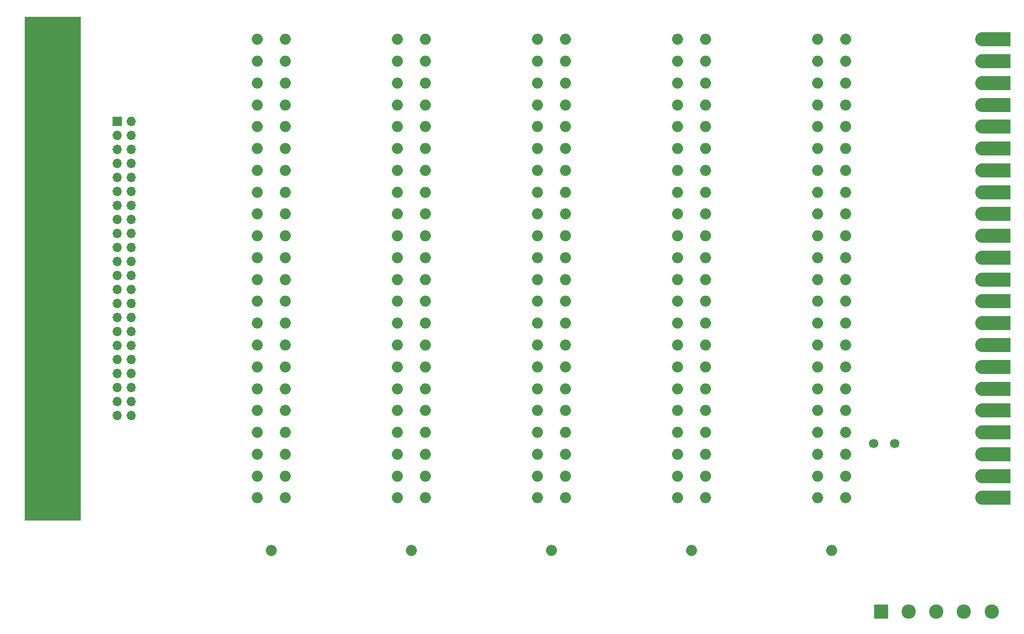
<source format=gbs>
%TF.GenerationSoftware,KiCad,Pcbnew,7.0.9*%
%TF.CreationDate,2023-11-11T13:14:58+01:00*%
%TF.ProjectId,kim-1-mtu-expansion-card,6b696d2d-312d-46d7-9475-2d657870616e,rev?*%
%TF.SameCoordinates,Original*%
%TF.FileFunction,Soldermask,Bot*%
%TF.FilePolarity,Negative*%
%FSLAX46Y46*%
G04 Gerber Fmt 4.6, Leading zero omitted, Abs format (unit mm)*
G04 Created by KiCad (PCBNEW 7.0.9) date 2023-11-11 13:14:58*
%MOMM*%
%LPD*%
G01*
G04 APERTURE LIST*
G04 Aperture macros list*
%AMFreePoly0*
4,1,22,-1.270000,3.180000,1.270000,3.180000,1.270000,-1.910000,1.254364,-2.108672,1.198732,-2.329454,1.104571,-2.536755,0.974909,-2.723912,0.813912,-2.884909,0.626755,-3.014571,0.419454,-3.108732,0.198672,-3.164364,0.000000,-3.180000,-0.198672,-3.164364,-0.419454,-3.108732,-0.626755,-3.014571,-0.813912,-2.884909,-0.974909,-2.723912,-1.104571,-2.536755,-1.198732,-2.329454,-1.254364,-2.108672,
-1.270000,-1.910000,-1.270000,3.180000,-1.270000,3.180000,$1*%
%AMFreePoly1*
4,1,22,-1.300000,4.445000,1.300000,4.445000,1.300000,-3.145000,1.280250,-3.370743,1.221600,-3.589626,1.125833,-3.795000,0.995858,-3.980624,0.835624,-4.140858,0.650000,-4.270833,0.444626,-4.366600,0.225743,-4.425250,0.000000,-4.445000,-0.225743,-4.425250,-0.444626,-4.366600,-0.650000,-4.270833,-0.835624,-4.140858,-0.995858,-3.980624,-1.125833,-3.795000,-1.221600,-3.589626,-1.280250,-3.370743,
-1.300000,-3.145000,-1.300000,4.445000,-1.300000,4.445000,$1*%
G04 Aperture macros list end*
%ADD10C,0.120000*%
%ADD11O,2.000000X2.000000*%
%ADD12R,2.600000X2.600000*%
%ADD13C,2.600000*%
%ADD14C,1.700000*%
%ADD15FreePoly0,270.000000*%
%ADD16FreePoly1,90.000000*%
%ADD17R,1.700000X1.700000*%
%ADD18O,1.700000X1.700000*%
G04 APERTURE END LIST*
D10*
%TO.C,P7*%
X58130000Y-40740000D02*
X68200000Y-40740000D01*
X68200000Y-40740000D02*
X68200000Y-131980000D01*
X68200000Y-131980000D02*
X58130000Y-131980000D01*
X58130000Y-131980000D02*
X58130000Y-40740000D01*
G36*
X58130000Y-40740000D02*
G01*
X68200000Y-40740000D01*
X68200000Y-131980000D01*
X58130000Y-131980000D01*
X58130000Y-40740000D01*
G37*
%TD*%
D11*
%TO.C,P5*%
X128270000Y-137515000D03*
X125730000Y-44780000D03*
X125730000Y-48740000D03*
X125730000Y-52700000D03*
X125730000Y-56660000D03*
X125730000Y-60620000D03*
X125730000Y-64580000D03*
X125730000Y-68540000D03*
X125730000Y-72500000D03*
X125730000Y-76460000D03*
X125730000Y-80420000D03*
X125730000Y-84380000D03*
X125730000Y-88340000D03*
X125730000Y-92300000D03*
X125730000Y-96260000D03*
X125730000Y-100220000D03*
X125730000Y-104180000D03*
X125730000Y-108140000D03*
X125730000Y-112100000D03*
X125730000Y-116060000D03*
X125730000Y-120020000D03*
X125730000Y-123980000D03*
X125730000Y-127940000D03*
X130810000Y-44780000D03*
X130810000Y-48740000D03*
X130810000Y-52700000D03*
X130810000Y-56660000D03*
X130810000Y-60620000D03*
X130810000Y-64580000D03*
X130810000Y-68540000D03*
X130810000Y-72500000D03*
X130810000Y-76460000D03*
X130810000Y-80420000D03*
X130810000Y-84380000D03*
X130810000Y-88340000D03*
X130810000Y-92300000D03*
X130810000Y-96260000D03*
X130810000Y-100220000D03*
X130810000Y-104180000D03*
X130810000Y-108140000D03*
X130810000Y-112100000D03*
X130810000Y-116060000D03*
X130810000Y-120020000D03*
X130810000Y-123980000D03*
X130810000Y-127940000D03*
%TD*%
%TO.C,P4*%
X153670000Y-137515000D03*
X151130000Y-44780000D03*
X151130000Y-48740000D03*
X151130000Y-52700000D03*
X151130000Y-56660000D03*
X151130000Y-60620000D03*
X151130000Y-64580000D03*
X151130000Y-68540000D03*
X151130000Y-72500000D03*
X151130000Y-76460000D03*
X151130000Y-80420000D03*
X151130000Y-84380000D03*
X151130000Y-88340000D03*
X151130000Y-92300000D03*
X151130000Y-96260000D03*
X151130000Y-100220000D03*
X151130000Y-104180000D03*
X151130000Y-108140000D03*
X151130000Y-112100000D03*
X151130000Y-116060000D03*
X151130000Y-120020000D03*
X151130000Y-123980000D03*
X151130000Y-127940000D03*
X156210000Y-44780000D03*
X156210000Y-48740000D03*
X156210000Y-52700000D03*
X156210000Y-56660000D03*
X156210000Y-60620000D03*
X156210000Y-64580000D03*
X156210000Y-68540000D03*
X156210000Y-72500000D03*
X156210000Y-76460000D03*
X156210000Y-80420000D03*
X156210000Y-84380000D03*
X156210000Y-88340000D03*
X156210000Y-92300000D03*
X156210000Y-96260000D03*
X156210000Y-100220000D03*
X156210000Y-104180000D03*
X156210000Y-108140000D03*
X156210000Y-112100000D03*
X156210000Y-116060000D03*
X156210000Y-120020000D03*
X156210000Y-123980000D03*
X156210000Y-127940000D03*
%TD*%
%TO.C,P2*%
X204470000Y-137515000D03*
X201930000Y-44780000D03*
X201930000Y-48740000D03*
X201930000Y-52700000D03*
X201930000Y-56660000D03*
X201930000Y-60620000D03*
X201930000Y-64580000D03*
X201930000Y-68540000D03*
X201930000Y-72500000D03*
X201930000Y-76460000D03*
X201930000Y-80420000D03*
X201930000Y-84380000D03*
X201930000Y-88340000D03*
X201930000Y-92300000D03*
X201930000Y-96260000D03*
X201930000Y-100220000D03*
X201930000Y-104180000D03*
X201930000Y-108140000D03*
X201930000Y-112100000D03*
X201930000Y-116060000D03*
X201930000Y-120020000D03*
X201930000Y-123980000D03*
X201930000Y-127940000D03*
X207010000Y-44780000D03*
X207010000Y-48740000D03*
X207010000Y-52700000D03*
X207010000Y-56660000D03*
X207010000Y-60620000D03*
X207010000Y-64580000D03*
X207010000Y-68540000D03*
X207010000Y-72500000D03*
X207010000Y-76460000D03*
X207010000Y-80420000D03*
X207010000Y-84380000D03*
X207010000Y-88340000D03*
X207010000Y-92300000D03*
X207010000Y-96260000D03*
X207010000Y-100220000D03*
X207010000Y-104180000D03*
X207010000Y-108140000D03*
X207010000Y-112100000D03*
X207010000Y-116060000D03*
X207010000Y-120020000D03*
X207010000Y-123980000D03*
X207010000Y-127940000D03*
%TD*%
%TO.C,P3*%
X179070000Y-137515000D03*
X176530000Y-44780000D03*
X176530000Y-48740000D03*
X176530000Y-52700000D03*
X176530000Y-56660000D03*
X176530000Y-60620000D03*
X176530000Y-64580000D03*
X176530000Y-68540000D03*
X176530000Y-72500000D03*
X176530000Y-76460000D03*
X176530000Y-80420000D03*
X176530000Y-84380000D03*
X176530000Y-88340000D03*
X176530000Y-92300000D03*
X176530000Y-96260000D03*
X176530000Y-100220000D03*
X176530000Y-104180000D03*
X176530000Y-108140000D03*
X176530000Y-112100000D03*
X176530000Y-116060000D03*
X176530000Y-120020000D03*
X176530000Y-123980000D03*
X176530000Y-127940000D03*
X181610000Y-44780000D03*
X181610000Y-48740000D03*
X181610000Y-52700000D03*
X181610000Y-56660000D03*
X181610000Y-60620000D03*
X181610000Y-64580000D03*
X181610000Y-68540000D03*
X181610000Y-72500000D03*
X181610000Y-76460000D03*
X181610000Y-80420000D03*
X181610000Y-84380000D03*
X181610000Y-88340000D03*
X181610000Y-92300000D03*
X181610000Y-96260000D03*
X181610000Y-100220000D03*
X181610000Y-104180000D03*
X181610000Y-108140000D03*
X181610000Y-112100000D03*
X181610000Y-116060000D03*
X181610000Y-120020000D03*
X181610000Y-123980000D03*
X181610000Y-127940000D03*
%TD*%
%TO.C,P6*%
X102870000Y-137515000D03*
X100330000Y-44780000D03*
X100330000Y-48740000D03*
X100330000Y-52700000D03*
X100330000Y-56660000D03*
X100330000Y-60620000D03*
X100330000Y-64580000D03*
X100330000Y-68540000D03*
X100330000Y-72500000D03*
X100330000Y-76460000D03*
X100330000Y-80420000D03*
X100330000Y-84380000D03*
X100330000Y-88340000D03*
X100330000Y-92300000D03*
X100330000Y-96260000D03*
X100330000Y-100220000D03*
X100330000Y-104180000D03*
X100330000Y-108140000D03*
X100330000Y-112100000D03*
X100330000Y-116060000D03*
X100330000Y-120020000D03*
X100330000Y-123980000D03*
X100330000Y-127940000D03*
X105410000Y-44780000D03*
X105410000Y-48740000D03*
X105410000Y-52700000D03*
X105410000Y-56660000D03*
X105410000Y-60620000D03*
X105410000Y-64580000D03*
X105410000Y-68540000D03*
X105410000Y-72500000D03*
X105410000Y-76460000D03*
X105410000Y-80420000D03*
X105410000Y-84380000D03*
X105410000Y-88340000D03*
X105410000Y-92300000D03*
X105410000Y-96260000D03*
X105410000Y-100220000D03*
X105410000Y-104180000D03*
X105410000Y-108140000D03*
X105410000Y-112100000D03*
X105410000Y-116060000D03*
X105410000Y-120020000D03*
X105410000Y-123980000D03*
X105410000Y-127940000D03*
%TD*%
D12*
%TO.C,J2*%
X213440000Y-148590000D03*
D13*
X218440000Y-148590000D03*
X223440000Y-148590000D03*
X228440000Y-148590000D03*
X233440000Y-148590000D03*
%TD*%
D14*
%TO.C,J3*%
X215900000Y-118110000D03*
%TD*%
%TO.C,J4*%
X212090000Y-118110000D03*
%TD*%
D15*
%TO.C,P1*%
X233680000Y-44780000D03*
X233680000Y-48740000D03*
X233680000Y-52700000D03*
X233680000Y-56660000D03*
X233680000Y-60620000D03*
X233680000Y-64580000D03*
X233680000Y-68540000D03*
X233680000Y-72500000D03*
X233680000Y-76460000D03*
X233680000Y-80420000D03*
X233680000Y-84380000D03*
X233680000Y-88340000D03*
X233680000Y-92300000D03*
X233680000Y-96260000D03*
X233680000Y-100220000D03*
X233680000Y-104180000D03*
X233680000Y-108140000D03*
X233680000Y-112100000D03*
X233680000Y-116060000D03*
X233680000Y-120020000D03*
X233680000Y-123980000D03*
X233680000Y-127940000D03*
%TD*%
D16*
%TO.C,P7*%
X63500000Y-44780000D03*
X63500000Y-48740000D03*
X63500000Y-52700000D03*
X63500000Y-56660000D03*
X63500000Y-60620000D03*
X63500000Y-64580000D03*
X63500000Y-68540000D03*
X63500000Y-72500000D03*
X63500000Y-76460000D03*
X63500000Y-80420000D03*
X63500000Y-84380000D03*
X63500000Y-88340000D03*
X63500000Y-92300000D03*
X63500000Y-96260000D03*
X63500000Y-100220000D03*
X63500000Y-104180000D03*
X63500000Y-108140000D03*
X63500000Y-112100000D03*
X63500000Y-116060000D03*
X63500000Y-120020000D03*
X63500000Y-123980000D03*
X63500000Y-127940000D03*
%TD*%
D17*
%TO.C,J1*%
X74930000Y-59690000D03*
D18*
X74930000Y-62230000D03*
X74930000Y-64770000D03*
X74930000Y-67310000D03*
X74930000Y-69850000D03*
X74930000Y-72390000D03*
X74930000Y-74930000D03*
X74930000Y-77470000D03*
X74930000Y-80010000D03*
X74930000Y-82550000D03*
X74930000Y-85090000D03*
X74930000Y-87630000D03*
X74930000Y-90170000D03*
X74930000Y-92710000D03*
X74930000Y-95250000D03*
X74930000Y-97790000D03*
X74930000Y-100330000D03*
X74930000Y-102870000D03*
X74930000Y-105410000D03*
X74930000Y-107950000D03*
X74930000Y-110490000D03*
X74930000Y-113030000D03*
X77470000Y-59690000D03*
X77470000Y-62230000D03*
X77470000Y-64770000D03*
X77470000Y-67310000D03*
X77470000Y-69850000D03*
X77470000Y-72390000D03*
X77470000Y-74930000D03*
X77470000Y-77470000D03*
X77470000Y-80010000D03*
X77470000Y-82550000D03*
X77470000Y-85090000D03*
X77470000Y-87630000D03*
X77470000Y-90170000D03*
X77470000Y-92710000D03*
X77470000Y-95250000D03*
X77470000Y-97790000D03*
X77470000Y-100330000D03*
X77470000Y-102870000D03*
X77470000Y-105410000D03*
X77470000Y-107950000D03*
X77470000Y-110490000D03*
X77470000Y-113030000D03*
%TD*%
M02*

</source>
